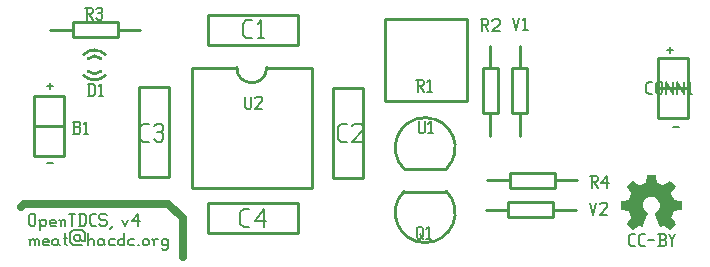
<source format=gbr>
G04 start of page 8 for group -4079 idx -4079 *
G04 Title: OpenTDCS, v4, topsilk *
G04 Creator: pcb 1.99z *
G04 CreationDate: Thu 16 May 2013 08:09:45 PM GMT UTC *
G04 For: nock *
G04 Format: Gerber/RS-274X *
G04 PCB-Dimensions (mil): 2250.00 850.00 *
G04 PCB-Coordinate-Origin: lower left *
%MOIN*%
%FSLAX25Y25*%
%LNTOPSILK*%
%ADD66C,0.0100*%
%ADD65C,0.0080*%
%ADD64C,0.0250*%
%ADD63C,0.0001*%
G54D63*G36*
X208935Y27761D02*X211512D01*
X211595Y27729D01*
X211642Y27653D01*
X211691Y27413D01*
X211735Y27192D01*
X212126Y25059D01*
X212173Y24972D01*
X212256Y24913D01*
X212359Y24870D01*
X213149Y24598D01*
X213899Y24241D01*
X213905D01*
X213992Y24203D01*
X214089Y24189D01*
X214187Y24220D01*
X215960Y25439D01*
X216151Y25563D01*
X216352Y25700D01*
X216438Y25724D01*
X216520Y25689D01*
X216851Y25359D01*
X217355Y24859D01*
X217513Y24696D01*
X218012Y24198D01*
X218174Y24041D01*
X218342Y23867D01*
X218381Y23781D01*
X218359Y23693D01*
X218223Y23492D01*
X218094Y23302D01*
X216905Y21566D01*
X216873Y21474D01*
X216888Y21376D01*
X216933Y21278D01*
X217616Y19672D01*
X217653Y19581D01*
X217716Y19503D01*
X217806Y19456D01*
X219845Y19074D01*
X220069Y19031D01*
X220312Y18989D01*
X220387Y18942D01*
X220416Y18859D01*
Y16281D01*
X220387Y16193D01*
X220312Y16146D01*
X220069Y16103D01*
X219845Y16059D01*
X217866Y15691D01*
X217778Y15643D01*
X217724Y15559D01*
X217696Y15500D01*
Y15489D01*
X216981Y13716D01*
X216976Y13704D01*
X216959Y13661D01*
X216942Y13559D01*
X216970Y13466D01*
X218099Y11833D01*
X218223Y11643D01*
X218364Y11442D01*
X218383Y11356D01*
X218342Y11274D01*
X218174Y11094D01*
X218012Y10937D01*
X216694Y9620D01*
X216520Y9452D01*
X216438Y9411D01*
X216352Y9429D01*
X216151Y9570D01*
X215960Y9694D01*
X214366Y10792D01*
X214267Y10820D01*
X214170Y10802D01*
X213839Y10618D01*
X213645Y10509D01*
X213298Y10331D01*
X213213Y10324D01*
X213151Y10385D01*
X213005Y10742D01*
X212917Y10948D01*
X211534Y14307D01*
X211446Y14513D01*
X211349Y14746D01*
X211345Y14841D01*
X211398Y14913D01*
X211621Y15044D01*
X211762Y15153D01*
X212298Y15598D01*
X212713Y16163D01*
X212980Y16822D01*
X213074Y17552D01*
X213016Y18126D01*
X212851Y18661D01*
X212588Y19146D01*
X212239Y19568D01*
X211819Y19917D01*
X211335Y20181D01*
X210801Y20346D01*
X210227Y20404D01*
X209652Y20346D01*
X209117Y20181D01*
X208634Y19917D01*
X208212Y19568D01*
X207864Y19146D01*
X207602Y18661D01*
X207437Y18126D01*
X207378Y17552D01*
X207471Y16822D01*
X207738Y16163D01*
X208152Y15598D01*
X208691Y15153D01*
X208827Y15044D01*
X209049Y14913D01*
X209103Y14841D01*
X209098Y14746D01*
X209001Y14513D01*
X208913Y14307D01*
X207530Y10948D01*
X207444Y10742D01*
X207296Y10385D01*
X207235Y10324D01*
X207151Y10331D01*
X206809Y10509D01*
X206608Y10618D01*
X206277Y10802D01*
X206178Y10820D01*
X206081Y10792D01*
X204487Y9694D01*
X204302Y9570D01*
X204096Y9429D01*
X204009Y9411D01*
X203927Y9452D01*
X203753Y9620D01*
X203596Y9781D01*
X203098Y10281D01*
X202935Y10439D01*
X202435Y10937D01*
X202273Y11094D01*
X202105Y11274D01*
X202066Y11356D01*
X202088Y11442D01*
X202224Y11643D01*
X202355Y11833D01*
X203477Y13466D01*
X203505Y13559D01*
X203488Y13661D01*
X203466Y13720D01*
X202756Y15494D01*
X202723Y15559D01*
X202669Y15643D01*
X202583Y15691D01*
X200602Y16059D01*
X200380Y16103D01*
X200141Y16146D01*
X200062Y16196D01*
X200033Y16281D01*
Y18859D01*
X200062Y18942D01*
X200141Y18989D01*
X200380Y19037D01*
X200602Y19074D01*
X202642Y19456D01*
X202731Y19503D01*
X202794Y19585D01*
X202831Y19672D01*
X203520Y21278D01*
X203559Y21376D01*
X203576Y21474D01*
X203548Y21566D01*
X202355Y23307D01*
X202224Y23492D01*
X202088Y23693D01*
X202066Y23781D01*
X202105Y23867D01*
X202273Y24041D01*
X202435Y24198D01*
X203927Y25689D01*
X204009Y25724D01*
X204096Y25706D01*
X204302Y25570D01*
X204487Y25439D01*
X206260Y24220D01*
X206358Y24191D01*
X206456Y24209D01*
X206542Y24241D01*
X206553Y24246D01*
X207299Y24600D01*
X208089Y24874D01*
X208192Y24913D01*
X208276Y24972D01*
X208321Y25059D01*
X208719Y27192D01*
X208756Y27413D01*
X208805Y27653D01*
X208852Y27729D01*
X208935Y27761D01*
G37*
G54D64*X984Y18071D02*X49213D01*
X54134Y13150D01*
Y354D01*
X0Y17087D02*X984Y18071D01*
G54D65*X8858Y31803D02*X10858D01*
X8858Y57394D02*X10858D01*
X9858Y58394D02*Y56394D01*
X3203Y5713D02*Y4213D01*
Y5713D02*X3703Y6213D01*
X4203D01*
X4703Y5713D01*
Y4213D01*
Y5713D02*X5203Y6213D01*
X5703D01*
X6203Y5713D01*
Y4213D01*
X2703Y6213D02*X3203Y5713D01*
X7903Y4213D02*X9403D01*
X7403Y4713D02*X7903Y4213D01*
X7403Y5713D02*Y4713D01*
Y5713D02*X7903Y6213D01*
X8903D01*
X9403Y5713D01*
X7403Y5213D02*X9403D01*
Y5713D02*Y5213D01*
X12103Y6213D02*X12603Y5713D01*
X11103Y6213D02*X12103D01*
X10603Y5713D02*X11103Y6213D01*
X10603Y5713D02*Y4713D01*
X11103Y4213D01*
X12603Y6213D02*Y4713D01*
X13103Y4213D01*
X11103D02*X12103D01*
X12603Y4713D01*
X14803Y8213D02*Y4713D01*
X15303Y4213D01*
X14303Y6713D02*X15303D01*
X16303Y8213D02*Y5213D01*
X17303Y4213D01*
X20303D01*
X21303Y8213D02*Y5713D01*
Y8213D02*X20303Y9213D01*
X17303D02*X20303D01*
X17303D02*X16303Y8213D01*
X17803Y7213D02*Y6213D01*
X18303Y5713D01*
X19303D01*
X19803Y6213D01*
X20303Y5713D01*
X19803Y7713D02*Y6213D01*
Y7213D02*X19303Y7713D01*
X18303D02*X19303D01*
X18303D02*X17803Y7213D01*
X20303Y5713D02*X21303D01*
X22503Y8213D02*Y4213D01*
Y5713D02*X23003Y6213D01*
X24003D01*
X24503Y5713D01*
Y4213D01*
X27203Y6213D02*X27703Y5713D01*
X26203Y6213D02*X27203D01*
X25703Y5713D02*X26203Y6213D01*
X25703Y5713D02*Y4713D01*
X26203Y4213D01*
X27703Y6213D02*Y4713D01*
X28203Y4213D01*
X26203D02*X27203D01*
X27703Y4713D01*
X29903Y6213D02*X31403D01*
X29403Y5713D02*X29903Y6213D01*
X29403Y5713D02*Y4713D01*
X29903Y4213D01*
X31403D01*
X34603Y8213D02*Y4213D01*
X34103D02*X34603Y4713D01*
X33103Y4213D02*X34103D01*
X32603Y4713D02*X33103Y4213D01*
X32603Y5713D02*Y4713D01*
Y5713D02*X33103Y6213D01*
X34103D01*
X34603Y5713D01*
X36303Y6213D02*X37803D01*
X35803Y5713D02*X36303Y6213D01*
X35803Y5713D02*Y4713D01*
X36303Y4213D01*
X37803D01*
X39003D02*X39503D01*
X40703Y5713D02*Y4713D01*
Y5713D02*X41203Y6213D01*
X42203D01*
X42703Y5713D01*
Y4713D01*
X42203Y4213D02*X42703Y4713D01*
X41203Y4213D02*X42203D01*
X40703Y4713D02*X41203Y4213D01*
X44403Y5713D02*Y4213D01*
Y5713D02*X44903Y6213D01*
X45903D01*
X43903D02*X44403Y5713D01*
X48603Y6213D02*X49103Y5713D01*
X47603Y6213D02*X48603D01*
X47103Y5713D02*X47603Y6213D01*
X47103Y5713D02*Y4713D01*
X47603Y4213D01*
X48603D01*
X49103Y4713D01*
X47103Y3213D02*X47603Y2713D01*
X48603D01*
X49103Y3213D01*
Y6213D02*Y3213D01*
X2814Y14287D02*Y11287D01*
Y14287D02*X3314Y14787D01*
X4314D01*
X4814Y14287D01*
Y11287D01*
X4314Y10787D02*X4814Y11287D01*
X3314Y10787D02*X4314D01*
X2814Y11287D02*X3314Y10787D01*
X6514Y12287D02*Y9287D01*
X6014Y12787D02*X6514Y12287D01*
X7014Y12787D01*
X8014D01*
X8514Y12287D01*
Y11287D01*
X8014Y10787D02*X8514Y11287D01*
X7014Y10787D02*X8014D01*
X6514Y11287D02*X7014Y10787D01*
X10214D02*X11714D01*
X9714Y11287D02*X10214Y10787D01*
X9714Y12287D02*Y11287D01*
Y12287D02*X10214Y12787D01*
X11214D01*
X11714Y12287D01*
X9714Y11787D02*X11714D01*
Y12287D02*Y11787D01*
X13414Y12287D02*Y10787D01*
Y12287D02*X13914Y12787D01*
X14414D01*
X14914Y12287D01*
Y10787D01*
X12914Y12787D02*X13414Y12287D01*
X16114Y14787D02*X18114D01*
X17114D02*Y10787D01*
X19814Y14787D02*Y10787D01*
X21114Y14787D02*X21814Y14087D01*
Y11487D01*
X21114Y10787D02*X21814Y11487D01*
X19314Y10787D02*X21114D01*
X19314Y14787D02*X21114D01*
X23714Y10787D02*X25014D01*
X23014Y11487D02*X23714Y10787D01*
X23014Y14087D02*Y11487D01*
Y14087D02*X23714Y14787D01*
X25014D01*
X28214D02*X28714Y14287D01*
X26714Y14787D02*X28214D01*
X26214Y14287D02*X26714Y14787D01*
X26214Y14287D02*Y13287D01*
X26714Y12787D01*
X28214D01*
X28714Y12287D01*
Y11287D01*
X28214Y10787D02*X28714Y11287D01*
X26714Y10787D02*X28214D01*
X26214Y11287D02*X26714Y10787D01*
X29914Y9787D02*X30914Y10787D01*
X33914Y12787D02*X34914Y10787D01*
X35914Y12787D02*X34914Y10787D01*
X37114Y12287D02*X39114Y14787D01*
X37114Y12287D02*X39614D01*
X39114Y14787D02*Y10787D01*
X217520Y43614D02*X219520D01*
X215551Y69205D02*X217551D01*
X216551Y70205D02*Y68205D01*
X203567Y3858D02*X204867D01*
X202867Y4558D02*X203567Y3858D01*
X202867Y7158D02*Y4558D01*
Y7158D02*X203567Y7858D01*
X204867D01*
X206767Y3858D02*X208067D01*
X206067Y4558D02*X206767Y3858D01*
X206067Y7158D02*Y4558D01*
Y7158D02*X206767Y7858D01*
X208067D01*
X209267Y5858D02*X211267D01*
X212467Y3858D02*X214467D01*
X214967Y4358D01*
Y5558D02*Y4358D01*
X214467Y6058D02*X214967Y5558D01*
X212967Y6058D02*X214467D01*
X212967Y7858D02*Y3858D01*
X212467Y7858D02*X214467D01*
X214967Y7358D01*
Y6558D01*
X214467Y6058D02*X214967Y6558D01*
X216167Y7858D02*X217167Y5858D01*
X218167Y7858D01*
X217167Y5858D02*Y3858D01*
G54D66*X57008Y63425D02*Y23425D01*
X97008D01*
Y63425D01*
X57008D02*X72008D01*
X82008D02*X97008D01*
X72008D02*G75*G03X82008Y63425I5000J0D01*G01*
X104252Y56535D02*X114252D01*
X104252D02*Y26535D01*
X114252D01*
Y56535D02*Y26535D01*
X39291Y26850D02*X49291D01*
Y56850D02*Y26850D01*
X39291Y56850D02*X49291D01*
X39291D02*Y26850D01*
X4508Y54095D02*X14508D01*
X4508D02*Y34095D01*
X14508D01*
Y54095D02*Y34095D01*
X4508Y54095D02*Y44095D01*
X14508D01*
X212520Y46535D02*X222520D01*
Y66535D02*Y46535D01*
X212520Y66535D02*X222520D01*
X212520D02*Y46535D01*
X222520Y56535D02*Y46535D01*
X212520Y56535D02*X222520D01*
X121343Y79799D02*X148902D01*
Y52240D01*
X121343D01*
Y79799D02*Y52240D01*
X127843Y29772D02*X141843D01*
X141914Y29701D02*G75*G03X127771Y29701I-7071J7071D01*G01*
X156496Y48209D02*Y40709D01*
Y70709D02*Y63209D01*
X153996D02*Y48209D01*
Y63209D02*X158996D01*
Y48209D01*
X153996D02*X158996D01*
X166339Y70709D02*Y63209D01*
Y48209D02*Y40709D01*
X168839Y63209D02*Y48209D01*
X163839D02*X168839D01*
X163839Y63209D02*Y48209D01*
Y63209D02*X168839D01*
X155512Y25945D02*X163012D01*
X178012D02*X185512D01*
X163012Y28445D02*X178012D01*
Y23445D01*
X163012D02*X178012D01*
X163012Y28445D02*Y23445D01*
X9843Y76142D02*X17343D01*
X32343D02*X39843D01*
X17343Y78642D02*X32343D01*
Y73642D01*
X17343D02*X32343D01*
X17343Y78642D02*Y73642D01*
X22485Y62209D02*G75*G03X26728Y62209I2121J2121D01*G01*
X26728Y66452D02*G75*G03X22485Y66452I-2121J-2121D01*G01*
X21071Y60795D02*G75*G03X28142Y60795I3536J3536D01*G01*
X28142Y67866D02*G75*G03X21071Y67866I-3536J-3536D01*G01*
X92598Y71142D02*Y81142D01*
X62598D01*
Y71142D01*
X92598D01*
Y18150D02*Y8150D01*
X62598Y18150D02*X92598D01*
X62598D02*Y8150D01*
X92598D01*
X127843Y22118D02*X141843D01*
X127771Y22189D02*G75*G03X141914Y22189I7071J-7071D01*G01*
X177539Y16102D02*X185039D01*
X155039D02*X162539D01*
Y13602D02*X177539D01*
X162539Y18602D02*Y13602D01*
Y18602D02*X177539D01*
Y13602D01*
G54D65*X74882Y53756D02*Y50256D01*
X75382Y49756D01*
X76382D01*
X76882Y50256D01*
Y53756D02*Y50256D01*
X78082Y53256D02*X78582Y53756D01*
X80082D01*
X80582Y53256D01*
Y52256D01*
X78082Y49756D02*X80582Y52256D01*
X78082Y49756D02*X80582D01*
X106767Y38750D02*X108717D01*
X105717Y39800D02*X106767Y38750D01*
X105717Y43700D02*Y39800D01*
Y43700D02*X106767Y44750D01*
X108717D01*
X110517Y44000D02*X111267Y44750D01*
X113517D01*
X114267Y44000D01*
Y42500D01*
X110517Y38750D02*X114267Y42500D01*
X110517Y38750D02*X114267D01*
X40822D02*X42772D01*
X39772Y39800D02*X40822Y38750D01*
X39772Y43700D02*Y39800D01*
Y43700D02*X40822Y44750D01*
X42772D01*
X44572Y44000D02*X45322Y44750D01*
X46822D01*
X47572Y44000D01*
X46822Y38750D02*X47572Y39500D01*
X45322Y38750D02*X46822D01*
X44572Y39500D02*X45322Y38750D01*
Y42050D02*X46822D01*
X47572Y44000D02*Y42800D01*
Y41300D02*Y39500D01*
Y41300D02*X46822Y42050D01*
X47572Y42800D02*X46822Y42050D01*
X17303Y41473D02*X19303D01*
X19803Y41973D01*
Y43173D02*Y41973D01*
X19303Y43673D02*X19803Y43173D01*
X17803Y43673D02*X19303D01*
X17803Y45473D02*Y41473D01*
X17303Y45473D02*X19303D01*
X19803Y44973D01*
Y44173D01*
X19303Y43673D02*X19803Y44173D01*
X21003Y44673D02*X21803Y45473D01*
Y41473D01*
X21003D02*X22503D01*
X209283Y54740D02*X210583D01*
X208583Y55440D02*X209283Y54740D01*
X208583Y58040D02*Y55440D01*
Y58040D02*X209283Y58740D01*
X210583D01*
X211783Y58240D02*Y55240D01*
Y58240D02*X212283Y58740D01*
X213283D01*
X213783Y58240D01*
Y55240D01*
X213283Y54740D02*X213783Y55240D01*
X212283Y54740D02*X213283D01*
X211783Y55240D02*X212283Y54740D01*
X214983Y58740D02*Y54740D01*
Y58740D02*X217483Y54740D01*
Y58740D02*Y54740D01*
X218683Y58740D02*Y54740D01*
Y58740D02*X221183Y54740D01*
Y58740D02*Y54740D01*
X222383Y57940D02*X223183Y58740D01*
Y54740D01*
X222383D02*X223883D01*
X131890Y59394D02*X133890D01*
X134390Y58894D01*
Y57894D01*
X133890Y57394D02*X134390Y57894D01*
X132390Y57394D02*X133890D01*
X132390Y59394D02*Y55394D01*
X133190Y57394D02*X134390Y55394D01*
X135590Y58594D02*X136390Y59394D01*
Y55394D01*
X135590D02*X137090D01*
X132732Y45504D02*Y42004D01*
X133232Y41504D01*
X134232D01*
X134732Y42004D01*
Y45504D02*Y42004D01*
X135932Y44704D02*X136732Y45504D01*
Y41504D01*
X135932D02*X137432D01*
X21547Y83437D02*X23547D01*
X24047Y82937D01*
Y81937D01*
X23547Y81437D02*X24047Y81937D01*
X22047Y81437D02*X23547D01*
X22047Y83437D02*Y79437D01*
X22847Y81437D02*X24047Y79437D01*
X25247Y82937D02*X25747Y83437D01*
X26747D01*
X27247Y82937D01*
X26747Y79437D02*X27247Y79937D01*
X25747Y79437D02*X26747D01*
X25247Y79937D02*X25747Y79437D01*
Y81637D02*X26747D01*
X27247Y82937D02*Y82137D01*
Y81137D02*Y79937D01*
Y81137D02*X26747Y81637D01*
X27247Y82137D02*X26747Y81637D01*
X22896Y58012D02*Y54012D01*
X24196Y58012D02*X24896Y57312D01*
Y54712D01*
X24196Y54012D02*X24896Y54712D01*
X22396Y54012D02*X24196D01*
X22396Y58012D02*X24196D01*
X26096Y57212D02*X26896Y58012D01*
Y54012D01*
X26096D02*X27596D01*
X75270Y73199D02*X77220D01*
X74220Y74249D02*X75270Y73199D01*
X74220Y78149D02*Y74249D01*
Y78149D02*X75270Y79199D01*
X77220D01*
X79020Y77999D02*X80220Y79199D01*
Y73199D01*
X79020D02*X81270D01*
X153437Y79500D02*X155437D01*
X155937Y79000D01*
Y78000D01*
X155437Y77500D02*X155937Y78000D01*
X153937Y77500D02*X155437D01*
X153937Y79500D02*Y75500D01*
X154737Y77500D02*X155937Y75500D01*
X157137Y79000D02*X157637Y79500D01*
X159137D01*
X159637Y79000D01*
Y78000D01*
X157137Y75500D02*X159637Y78000D01*
X157137Y75500D02*X159637D01*
X164264Y79972D02*X165264Y75972D01*
X166264Y79972D01*
X167464Y79172D02*X168264Y79972D01*
Y75972D01*
X167464D02*X168964D01*
X74286Y10207D02*X76236D01*
X73236Y11257D02*X74286Y10207D01*
X73236Y15157D02*Y11257D01*
Y15157D02*X74286Y16207D01*
X76236D01*
X78036Y12457D02*X81036Y16207D01*
X78036Y12457D02*X81786D01*
X81036Y16207D02*Y10207D01*
X132063Y9886D02*Y6886D01*
Y9886D02*X132563Y10386D01*
X133563D01*
X134063Y9886D01*
Y7386D01*
X133063Y6386D02*X134063Y7386D01*
X132563Y6386D02*X133063D01*
X132063Y6886D02*X132563Y6386D01*
X133063Y7886D02*X134063Y6386D01*
X135263Y9586D02*X136063Y10386D01*
Y6386D01*
X135263D02*X136763D01*
X189854Y18476D02*X190854Y14476D01*
X191854Y18476D01*
X193054Y17976D02*X193554Y18476D01*
X195054D01*
X195554Y17976D01*
Y16976D01*
X193054Y14476D02*X195554Y16976D01*
X193054Y14476D02*X195554D01*
X189854Y27335D02*X191854D01*
X192354Y26835D01*
Y25835D01*
X191854Y25335D02*X192354Y25835D01*
X190354Y25335D02*X191854D01*
X190354Y27335D02*Y23335D01*
X191154Y25335D02*X192354Y23335D01*
X193554Y24835D02*X195554Y27335D01*
X193554Y24835D02*X196054D01*
X195554Y27335D02*Y23335D01*
M02*

</source>
